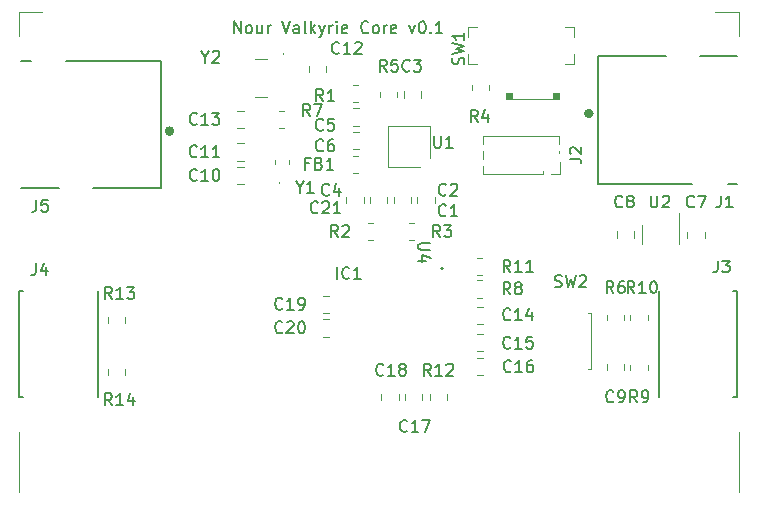
<source format=gbr>
%TF.GenerationSoftware,KiCad,Pcbnew,(6.0.6)*%
%TF.CreationDate,2022-09-05T11:07:09-07:00*%
%TF.ProjectId,Nour-Core,4e6f7572-2d43-46f7-9265-2e6b69636164,rev?*%
%TF.SameCoordinates,Original*%
%TF.FileFunction,Legend,Top*%
%TF.FilePolarity,Positive*%
%FSLAX46Y46*%
G04 Gerber Fmt 4.6, Leading zero omitted, Abs format (unit mm)*
G04 Created by KiCad (PCBNEW (6.0.6)) date 2022-09-05 11:07:09*
%MOMM*%
%LPD*%
G01*
G04 APERTURE LIST*
%ADD10C,0.150000*%
%ADD11C,0.120000*%
%ADD12C,0.200000*%
%ADD13C,0.100000*%
%ADD14C,0.127000*%
%ADD15C,0.400000*%
G04 APERTURE END LIST*
D10*
X98340476Y-126952380D02*
X98340476Y-125952380D01*
X98911904Y-126952380D01*
X98911904Y-125952380D01*
X99530952Y-126952380D02*
X99435714Y-126904761D01*
X99388095Y-126857142D01*
X99340476Y-126761904D01*
X99340476Y-126476190D01*
X99388095Y-126380952D01*
X99435714Y-126333333D01*
X99530952Y-126285714D01*
X99673809Y-126285714D01*
X99769047Y-126333333D01*
X99816666Y-126380952D01*
X99864285Y-126476190D01*
X99864285Y-126761904D01*
X99816666Y-126857142D01*
X99769047Y-126904761D01*
X99673809Y-126952380D01*
X99530952Y-126952380D01*
X100721428Y-126285714D02*
X100721428Y-126952380D01*
X100292857Y-126285714D02*
X100292857Y-126809523D01*
X100340476Y-126904761D01*
X100435714Y-126952380D01*
X100578571Y-126952380D01*
X100673809Y-126904761D01*
X100721428Y-126857142D01*
X101197619Y-126952380D02*
X101197619Y-126285714D01*
X101197619Y-126476190D02*
X101245238Y-126380952D01*
X101292857Y-126333333D01*
X101388095Y-126285714D01*
X101483333Y-126285714D01*
X102435714Y-125952380D02*
X102769047Y-126952380D01*
X103102380Y-125952380D01*
X103864285Y-126952380D02*
X103864285Y-126428571D01*
X103816666Y-126333333D01*
X103721428Y-126285714D01*
X103530952Y-126285714D01*
X103435714Y-126333333D01*
X103864285Y-126904761D02*
X103769047Y-126952380D01*
X103530952Y-126952380D01*
X103435714Y-126904761D01*
X103388095Y-126809523D01*
X103388095Y-126714285D01*
X103435714Y-126619047D01*
X103530952Y-126571428D01*
X103769047Y-126571428D01*
X103864285Y-126523809D01*
X104483333Y-126952380D02*
X104388095Y-126904761D01*
X104340476Y-126809523D01*
X104340476Y-125952380D01*
X104864285Y-126952380D02*
X104864285Y-125952380D01*
X104959523Y-126571428D02*
X105245238Y-126952380D01*
X105245238Y-126285714D02*
X104864285Y-126666666D01*
X105578571Y-126285714D02*
X105816666Y-126952380D01*
X106054761Y-126285714D02*
X105816666Y-126952380D01*
X105721428Y-127190476D01*
X105673809Y-127238095D01*
X105578571Y-127285714D01*
X106435714Y-126952380D02*
X106435714Y-126285714D01*
X106435714Y-126476190D02*
X106483333Y-126380952D01*
X106530952Y-126333333D01*
X106626190Y-126285714D01*
X106721428Y-126285714D01*
X107054761Y-126952380D02*
X107054761Y-126285714D01*
X107054761Y-125952380D02*
X107007142Y-126000000D01*
X107054761Y-126047619D01*
X107102380Y-126000000D01*
X107054761Y-125952380D01*
X107054761Y-126047619D01*
X107911904Y-126904761D02*
X107816666Y-126952380D01*
X107626190Y-126952380D01*
X107530952Y-126904761D01*
X107483333Y-126809523D01*
X107483333Y-126428571D01*
X107530952Y-126333333D01*
X107626190Y-126285714D01*
X107816666Y-126285714D01*
X107911904Y-126333333D01*
X107959523Y-126428571D01*
X107959523Y-126523809D01*
X107483333Y-126619047D01*
X109721428Y-126857142D02*
X109673809Y-126904761D01*
X109530952Y-126952380D01*
X109435714Y-126952380D01*
X109292857Y-126904761D01*
X109197619Y-126809523D01*
X109150000Y-126714285D01*
X109102380Y-126523809D01*
X109102380Y-126380952D01*
X109150000Y-126190476D01*
X109197619Y-126095238D01*
X109292857Y-126000000D01*
X109435714Y-125952380D01*
X109530952Y-125952380D01*
X109673809Y-126000000D01*
X109721428Y-126047619D01*
X110292857Y-126952380D02*
X110197619Y-126904761D01*
X110150000Y-126857142D01*
X110102380Y-126761904D01*
X110102380Y-126476190D01*
X110150000Y-126380952D01*
X110197619Y-126333333D01*
X110292857Y-126285714D01*
X110435714Y-126285714D01*
X110530952Y-126333333D01*
X110578571Y-126380952D01*
X110626190Y-126476190D01*
X110626190Y-126761904D01*
X110578571Y-126857142D01*
X110530952Y-126904761D01*
X110435714Y-126952380D01*
X110292857Y-126952380D01*
X111054761Y-126952380D02*
X111054761Y-126285714D01*
X111054761Y-126476190D02*
X111102380Y-126380952D01*
X111150000Y-126333333D01*
X111245238Y-126285714D01*
X111340476Y-126285714D01*
X112054761Y-126904761D02*
X111959523Y-126952380D01*
X111769047Y-126952380D01*
X111673809Y-126904761D01*
X111626190Y-126809523D01*
X111626190Y-126428571D01*
X111673809Y-126333333D01*
X111769047Y-126285714D01*
X111959523Y-126285714D01*
X112054761Y-126333333D01*
X112102380Y-126428571D01*
X112102380Y-126523809D01*
X111626190Y-126619047D01*
X113197619Y-126285714D02*
X113435714Y-126952380D01*
X113673809Y-126285714D01*
X114245238Y-125952380D02*
X114340476Y-125952380D01*
X114435714Y-126000000D01*
X114483333Y-126047619D01*
X114530952Y-126142857D01*
X114578571Y-126333333D01*
X114578571Y-126571428D01*
X114530952Y-126761904D01*
X114483333Y-126857142D01*
X114435714Y-126904761D01*
X114340476Y-126952380D01*
X114245238Y-126952380D01*
X114150000Y-126904761D01*
X114102380Y-126857142D01*
X114054761Y-126761904D01*
X114007142Y-126571428D01*
X114007142Y-126333333D01*
X114054761Y-126142857D01*
X114102380Y-126047619D01*
X114150000Y-126000000D01*
X114245238Y-125952380D01*
X115007142Y-126857142D02*
X115054761Y-126904761D01*
X115007142Y-126952380D01*
X114959523Y-126904761D01*
X115007142Y-126857142D01*
X115007142Y-126952380D01*
X116007142Y-126952380D02*
X115435714Y-126952380D01*
X115721428Y-126952380D02*
X115721428Y-125952380D01*
X115626190Y-126095238D01*
X115530952Y-126190476D01*
X115435714Y-126238095D01*
%TO.C,C6*%
X105909642Y-136857142D02*
X105862023Y-136904761D01*
X105719166Y-136952380D01*
X105623928Y-136952380D01*
X105481071Y-136904761D01*
X105385833Y-136809523D01*
X105338214Y-136714285D01*
X105290595Y-136523809D01*
X105290595Y-136380952D01*
X105338214Y-136190476D01*
X105385833Y-136095238D01*
X105481071Y-136000000D01*
X105623928Y-135952380D01*
X105719166Y-135952380D01*
X105862023Y-136000000D01*
X105909642Y-136047619D01*
X106766785Y-135952380D02*
X106576309Y-135952380D01*
X106481071Y-136000000D01*
X106433452Y-136047619D01*
X106338214Y-136190476D01*
X106290595Y-136380952D01*
X106290595Y-136761904D01*
X106338214Y-136857142D01*
X106385833Y-136904761D01*
X106481071Y-136952380D01*
X106671547Y-136952380D01*
X106766785Y-136904761D01*
X106814404Y-136857142D01*
X106862023Y-136761904D01*
X106862023Y-136523809D01*
X106814404Y-136428571D01*
X106766785Y-136380952D01*
X106671547Y-136333333D01*
X106481071Y-136333333D01*
X106385833Y-136380952D01*
X106338214Y-136428571D01*
X106290595Y-136523809D01*
%TO.C,R2*%
X107159642Y-144202380D02*
X106826309Y-143726190D01*
X106588214Y-144202380D02*
X106588214Y-143202380D01*
X106969166Y-143202380D01*
X107064404Y-143250000D01*
X107112023Y-143297619D01*
X107159642Y-143392857D01*
X107159642Y-143535714D01*
X107112023Y-143630952D01*
X107064404Y-143678571D01*
X106969166Y-143726190D01*
X106588214Y-143726190D01*
X107540595Y-143297619D02*
X107588214Y-143250000D01*
X107683452Y-143202380D01*
X107921547Y-143202380D01*
X108016785Y-143250000D01*
X108064404Y-143297619D01*
X108112023Y-143392857D01*
X108112023Y-143488095D01*
X108064404Y-143630952D01*
X107492976Y-144202380D01*
X108112023Y-144202380D01*
%TO.C,FB1*%
X104714404Y-137978571D02*
X104381071Y-137978571D01*
X104381071Y-138502380D02*
X104381071Y-137502380D01*
X104857261Y-137502380D01*
X105571547Y-137978571D02*
X105714404Y-138026190D01*
X105762023Y-138073809D01*
X105809642Y-138169047D01*
X105809642Y-138311904D01*
X105762023Y-138407142D01*
X105714404Y-138454761D01*
X105619166Y-138502380D01*
X105238214Y-138502380D01*
X105238214Y-137502380D01*
X105571547Y-137502380D01*
X105666785Y-137550000D01*
X105714404Y-137597619D01*
X105762023Y-137692857D01*
X105762023Y-137788095D01*
X105714404Y-137883333D01*
X105666785Y-137930952D01*
X105571547Y-137978571D01*
X105238214Y-137978571D01*
X106762023Y-138502380D02*
X106190595Y-138502380D01*
X106476309Y-138502380D02*
X106476309Y-137502380D01*
X106381071Y-137645238D01*
X106285833Y-137740476D01*
X106190595Y-137788095D01*
%TO.C,R12*%
X115007142Y-155952380D02*
X114673809Y-155476190D01*
X114435714Y-155952380D02*
X114435714Y-154952380D01*
X114816666Y-154952380D01*
X114911904Y-155000000D01*
X114959523Y-155047619D01*
X115007142Y-155142857D01*
X115007142Y-155285714D01*
X114959523Y-155380952D01*
X114911904Y-155428571D01*
X114816666Y-155476190D01*
X114435714Y-155476190D01*
X115959523Y-155952380D02*
X115388095Y-155952380D01*
X115673809Y-155952380D02*
X115673809Y-154952380D01*
X115578571Y-155095238D01*
X115483333Y-155190476D01*
X115388095Y-155238095D01*
X116340476Y-155047619D02*
X116388095Y-155000000D01*
X116483333Y-154952380D01*
X116721428Y-154952380D01*
X116816666Y-155000000D01*
X116864285Y-155047619D01*
X116911904Y-155142857D01*
X116911904Y-155238095D01*
X116864285Y-155380952D01*
X116292857Y-155952380D01*
X116911904Y-155952380D01*
%TO.C,R7*%
X104807023Y-133952380D02*
X104473690Y-133476190D01*
X104235595Y-133952380D02*
X104235595Y-132952380D01*
X104616547Y-132952380D01*
X104711785Y-133000000D01*
X104759404Y-133047619D01*
X104807023Y-133142857D01*
X104807023Y-133285714D01*
X104759404Y-133380952D01*
X104711785Y-133428571D01*
X104616547Y-133476190D01*
X104235595Y-133476190D01*
X105140357Y-132952380D02*
X105807023Y-132952380D01*
X105378452Y-133952380D01*
%TO.C,J4*%
X81566616Y-146452298D02*
X81566616Y-147166691D01*
X81518990Y-147309570D01*
X81423738Y-147404822D01*
X81280859Y-147452448D01*
X81185607Y-147452448D01*
X82471514Y-146785682D02*
X82471514Y-147452448D01*
X82233383Y-146404672D02*
X81995252Y-147119065D01*
X82614392Y-147119065D01*
%TO.C,R6*%
X130483333Y-148952380D02*
X130150000Y-148476190D01*
X129911904Y-148952380D02*
X129911904Y-147952380D01*
X130292857Y-147952380D01*
X130388095Y-148000000D01*
X130435714Y-148047619D01*
X130483333Y-148142857D01*
X130483333Y-148285714D01*
X130435714Y-148380952D01*
X130388095Y-148428571D01*
X130292857Y-148476190D01*
X129911904Y-148476190D01*
X131340476Y-147952380D02*
X131150000Y-147952380D01*
X131054761Y-148000000D01*
X131007142Y-148047619D01*
X130911904Y-148190476D01*
X130864285Y-148380952D01*
X130864285Y-148761904D01*
X130911904Y-148857142D01*
X130959523Y-148904761D01*
X131054761Y-148952380D01*
X131245238Y-148952380D01*
X131340476Y-148904761D01*
X131388095Y-148857142D01*
X131435714Y-148761904D01*
X131435714Y-148523809D01*
X131388095Y-148428571D01*
X131340476Y-148380952D01*
X131245238Y-148333333D01*
X131054761Y-148333333D01*
X130959523Y-148380952D01*
X130911904Y-148428571D01*
X130864285Y-148523809D01*
%TO.C,SW2*%
X125519166Y-148404761D02*
X125662023Y-148452380D01*
X125900119Y-148452380D01*
X125995357Y-148404761D01*
X126042976Y-148357142D01*
X126090595Y-148261904D01*
X126090595Y-148166666D01*
X126042976Y-148071428D01*
X125995357Y-148023809D01*
X125900119Y-147976190D01*
X125709642Y-147928571D01*
X125614404Y-147880952D01*
X125566785Y-147833333D01*
X125519166Y-147738095D01*
X125519166Y-147642857D01*
X125566785Y-147547619D01*
X125614404Y-147500000D01*
X125709642Y-147452380D01*
X125947738Y-147452380D01*
X126090595Y-147500000D01*
X126423928Y-147452380D02*
X126662023Y-148452380D01*
X126852500Y-147738095D01*
X127042976Y-148452380D01*
X127281071Y-147452380D01*
X127614404Y-147547619D02*
X127662023Y-147500000D01*
X127757261Y-147452380D01*
X127995357Y-147452380D01*
X128090595Y-147500000D01*
X128138214Y-147547619D01*
X128185833Y-147642857D01*
X128185833Y-147738095D01*
X128138214Y-147880952D01*
X127566785Y-148452380D01*
X128185833Y-148452380D01*
%TO.C,C4*%
X106409642Y-140607142D02*
X106362023Y-140654761D01*
X106219166Y-140702380D01*
X106123928Y-140702380D01*
X105981071Y-140654761D01*
X105885833Y-140559523D01*
X105838214Y-140464285D01*
X105790595Y-140273809D01*
X105790595Y-140130952D01*
X105838214Y-139940476D01*
X105885833Y-139845238D01*
X105981071Y-139750000D01*
X106123928Y-139702380D01*
X106219166Y-139702380D01*
X106362023Y-139750000D01*
X106409642Y-139797619D01*
X107266785Y-140035714D02*
X107266785Y-140702380D01*
X107028690Y-139654761D02*
X106790595Y-140369047D01*
X107409642Y-140369047D01*
%TO.C,R5*%
X111283333Y-130202380D02*
X110950000Y-129726190D01*
X110711904Y-130202380D02*
X110711904Y-129202380D01*
X111092857Y-129202380D01*
X111188095Y-129250000D01*
X111235714Y-129297619D01*
X111283333Y-129392857D01*
X111283333Y-129535714D01*
X111235714Y-129630952D01*
X111188095Y-129678571D01*
X111092857Y-129726190D01*
X110711904Y-129726190D01*
X112188095Y-129202380D02*
X111711904Y-129202380D01*
X111664285Y-129678571D01*
X111711904Y-129630952D01*
X111807142Y-129583333D01*
X112045238Y-129583333D01*
X112140476Y-129630952D01*
X112188095Y-129678571D01*
X112235714Y-129773809D01*
X112235714Y-130011904D01*
X112188095Y-130107142D01*
X112140476Y-130154761D01*
X112045238Y-130202380D01*
X111807142Y-130202380D01*
X111711904Y-130154761D01*
X111664285Y-130107142D01*
%TO.C,Y2*%
X95923809Y-128976190D02*
X95923809Y-129452380D01*
X95590476Y-128452380D02*
X95923809Y-128976190D01*
X96257142Y-128452380D01*
X96542857Y-128547619D02*
X96590476Y-128500000D01*
X96685714Y-128452380D01*
X96923809Y-128452380D01*
X97019047Y-128500000D01*
X97066666Y-128547619D01*
X97114285Y-128642857D01*
X97114285Y-128738095D01*
X97066666Y-128880952D01*
X96495238Y-129452380D01*
X97114285Y-129452380D01*
%TO.C,SW1*%
X117804761Y-129583333D02*
X117852380Y-129440476D01*
X117852380Y-129202380D01*
X117804761Y-129107142D01*
X117757142Y-129059523D01*
X117661904Y-129011904D01*
X117566666Y-129011904D01*
X117471428Y-129059523D01*
X117423809Y-129107142D01*
X117376190Y-129202380D01*
X117328571Y-129392857D01*
X117280952Y-129488095D01*
X117233333Y-129535714D01*
X117138095Y-129583333D01*
X117042857Y-129583333D01*
X116947619Y-129535714D01*
X116900000Y-129488095D01*
X116852380Y-129392857D01*
X116852380Y-129154761D01*
X116900000Y-129011904D01*
X116852380Y-128678571D02*
X117852380Y-128440476D01*
X117138095Y-128250000D01*
X117852380Y-128059523D01*
X116852380Y-127821428D01*
X117852380Y-126916666D02*
X117852380Y-127488095D01*
X117852380Y-127202380D02*
X116852380Y-127202380D01*
X116995238Y-127297619D01*
X117090476Y-127392857D01*
X117138095Y-127488095D01*
%TO.C,J3*%
X139316616Y-146202298D02*
X139316616Y-146916691D01*
X139268990Y-147059570D01*
X139173738Y-147154822D01*
X139030859Y-147202448D01*
X138935607Y-147202448D01*
X139697626Y-146202298D02*
X140316766Y-146202298D01*
X139983383Y-146583308D01*
X140126261Y-146583308D01*
X140221514Y-146630934D01*
X140269140Y-146678560D01*
X140316766Y-146773813D01*
X140316766Y-147011944D01*
X140269140Y-147107196D01*
X140221514Y-147154822D01*
X140126261Y-147202448D01*
X139840504Y-147202448D01*
X139745252Y-147154822D01*
X139697626Y-147107196D01*
%TO.C,C12*%
X107257142Y-128607142D02*
X107209523Y-128654761D01*
X107066666Y-128702380D01*
X106971428Y-128702380D01*
X106828571Y-128654761D01*
X106733333Y-128559523D01*
X106685714Y-128464285D01*
X106638095Y-128273809D01*
X106638095Y-128130952D01*
X106685714Y-127940476D01*
X106733333Y-127845238D01*
X106828571Y-127750000D01*
X106971428Y-127702380D01*
X107066666Y-127702380D01*
X107209523Y-127750000D01*
X107257142Y-127797619D01*
X108209523Y-128702380D02*
X107638095Y-128702380D01*
X107923809Y-128702380D02*
X107923809Y-127702380D01*
X107828571Y-127845238D01*
X107733333Y-127940476D01*
X107638095Y-127988095D01*
X108590476Y-127797619D02*
X108638095Y-127750000D01*
X108733333Y-127702380D01*
X108971428Y-127702380D01*
X109066666Y-127750000D01*
X109114285Y-127797619D01*
X109161904Y-127892857D01*
X109161904Y-127988095D01*
X109114285Y-128130952D01*
X108542857Y-128702380D01*
X109161904Y-128702380D01*
%TO.C,C16*%
X121807023Y-155557142D02*
X121759404Y-155604761D01*
X121616547Y-155652380D01*
X121521309Y-155652380D01*
X121378452Y-155604761D01*
X121283214Y-155509523D01*
X121235595Y-155414285D01*
X121187976Y-155223809D01*
X121187976Y-155080952D01*
X121235595Y-154890476D01*
X121283214Y-154795238D01*
X121378452Y-154700000D01*
X121521309Y-154652380D01*
X121616547Y-154652380D01*
X121759404Y-154700000D01*
X121807023Y-154747619D01*
X122759404Y-155652380D02*
X122187976Y-155652380D01*
X122473690Y-155652380D02*
X122473690Y-154652380D01*
X122378452Y-154795238D01*
X122283214Y-154890476D01*
X122187976Y-154938095D01*
X123616547Y-154652380D02*
X123426071Y-154652380D01*
X123330833Y-154700000D01*
X123283214Y-154747619D01*
X123187976Y-154890476D01*
X123140357Y-155080952D01*
X123140357Y-155461904D01*
X123187976Y-155557142D01*
X123235595Y-155604761D01*
X123330833Y-155652380D01*
X123521309Y-155652380D01*
X123616547Y-155604761D01*
X123664166Y-155557142D01*
X123711785Y-155461904D01*
X123711785Y-155223809D01*
X123664166Y-155128571D01*
X123616547Y-155080952D01*
X123521309Y-155033333D01*
X123330833Y-155033333D01*
X123235595Y-155080952D01*
X123187976Y-155128571D01*
X123140357Y-155223809D01*
%TO.C,U4*%
X114967619Y-144738095D02*
X114158095Y-144738095D01*
X114062857Y-144785714D01*
X114015238Y-144833333D01*
X113967619Y-144928571D01*
X113967619Y-145119047D01*
X114015238Y-145214285D01*
X114062857Y-145261904D01*
X114158095Y-145309523D01*
X114967619Y-145309523D01*
X114634285Y-146214285D02*
X113967619Y-146214285D01*
X115015238Y-145976190D02*
X114300952Y-145738095D01*
X114300952Y-146357142D01*
%TO.C,C14*%
X121757023Y-151157142D02*
X121709404Y-151204761D01*
X121566547Y-151252380D01*
X121471309Y-151252380D01*
X121328452Y-151204761D01*
X121233214Y-151109523D01*
X121185595Y-151014285D01*
X121137976Y-150823809D01*
X121137976Y-150680952D01*
X121185595Y-150490476D01*
X121233214Y-150395238D01*
X121328452Y-150300000D01*
X121471309Y-150252380D01*
X121566547Y-150252380D01*
X121709404Y-150300000D01*
X121757023Y-150347619D01*
X122709404Y-151252380D02*
X122137976Y-151252380D01*
X122423690Y-151252380D02*
X122423690Y-150252380D01*
X122328452Y-150395238D01*
X122233214Y-150490476D01*
X122137976Y-150538095D01*
X123566547Y-150585714D02*
X123566547Y-151252380D01*
X123328452Y-150204761D02*
X123090357Y-150919047D01*
X123709404Y-150919047D01*
%TO.C,IC1*%
X107073809Y-147752380D02*
X107073809Y-146752380D01*
X108121428Y-147657142D02*
X108073809Y-147704761D01*
X107930952Y-147752380D01*
X107835714Y-147752380D01*
X107692857Y-147704761D01*
X107597619Y-147609523D01*
X107550000Y-147514285D01*
X107502380Y-147323809D01*
X107502380Y-147180952D01*
X107550000Y-146990476D01*
X107597619Y-146895238D01*
X107692857Y-146800000D01*
X107835714Y-146752380D01*
X107930952Y-146752380D01*
X108073809Y-146800000D01*
X108121428Y-146847619D01*
X109073809Y-147752380D02*
X108502380Y-147752380D01*
X108788095Y-147752380D02*
X108788095Y-146752380D01*
X108692857Y-146895238D01*
X108597619Y-146990476D01*
X108502380Y-147038095D01*
%TO.C,R3*%
X115807023Y-144202380D02*
X115473690Y-143726190D01*
X115235595Y-144202380D02*
X115235595Y-143202380D01*
X115616547Y-143202380D01*
X115711785Y-143250000D01*
X115759404Y-143297619D01*
X115807023Y-143392857D01*
X115807023Y-143535714D01*
X115759404Y-143630952D01*
X115711785Y-143678571D01*
X115616547Y-143726190D01*
X115235595Y-143726190D01*
X116140357Y-143202380D02*
X116759404Y-143202380D01*
X116426071Y-143583333D01*
X116568928Y-143583333D01*
X116664166Y-143630952D01*
X116711785Y-143678571D01*
X116759404Y-143773809D01*
X116759404Y-144011904D01*
X116711785Y-144107142D01*
X116664166Y-144154761D01*
X116568928Y-144202380D01*
X116283214Y-144202380D01*
X116187976Y-144154761D01*
X116140357Y-144107142D01*
%TO.C,C18*%
X111007142Y-155857142D02*
X110959523Y-155904761D01*
X110816666Y-155952380D01*
X110721428Y-155952380D01*
X110578571Y-155904761D01*
X110483333Y-155809523D01*
X110435714Y-155714285D01*
X110388095Y-155523809D01*
X110388095Y-155380952D01*
X110435714Y-155190476D01*
X110483333Y-155095238D01*
X110578571Y-155000000D01*
X110721428Y-154952380D01*
X110816666Y-154952380D01*
X110959523Y-155000000D01*
X111007142Y-155047619D01*
X111959523Y-155952380D02*
X111388095Y-155952380D01*
X111673809Y-155952380D02*
X111673809Y-154952380D01*
X111578571Y-155095238D01*
X111483333Y-155190476D01*
X111388095Y-155238095D01*
X112530952Y-155380952D02*
X112435714Y-155333333D01*
X112388095Y-155285714D01*
X112340476Y-155190476D01*
X112340476Y-155142857D01*
X112388095Y-155047619D01*
X112435714Y-155000000D01*
X112530952Y-154952380D01*
X112721428Y-154952380D01*
X112816666Y-155000000D01*
X112864285Y-155047619D01*
X112911904Y-155142857D01*
X112911904Y-155190476D01*
X112864285Y-155285714D01*
X112816666Y-155333333D01*
X112721428Y-155380952D01*
X112530952Y-155380952D01*
X112435714Y-155428571D01*
X112388095Y-155476190D01*
X112340476Y-155571428D01*
X112340476Y-155761904D01*
X112388095Y-155857142D01*
X112435714Y-155904761D01*
X112530952Y-155952380D01*
X112721428Y-155952380D01*
X112816666Y-155904761D01*
X112864285Y-155857142D01*
X112911904Y-155761904D01*
X112911904Y-155571428D01*
X112864285Y-155476190D01*
X112816666Y-155428571D01*
X112721428Y-155380952D01*
%TO.C,C13*%
X95207261Y-134607142D02*
X95159642Y-134654761D01*
X95016785Y-134702380D01*
X94921547Y-134702380D01*
X94778690Y-134654761D01*
X94683452Y-134559523D01*
X94635833Y-134464285D01*
X94588214Y-134273809D01*
X94588214Y-134130952D01*
X94635833Y-133940476D01*
X94683452Y-133845238D01*
X94778690Y-133750000D01*
X94921547Y-133702380D01*
X95016785Y-133702380D01*
X95159642Y-133750000D01*
X95207261Y-133797619D01*
X96159642Y-134702380D02*
X95588214Y-134702380D01*
X95873928Y-134702380D02*
X95873928Y-133702380D01*
X95778690Y-133845238D01*
X95683452Y-133940476D01*
X95588214Y-133988095D01*
X96492976Y-133702380D02*
X97112023Y-133702380D01*
X96778690Y-134083333D01*
X96921547Y-134083333D01*
X97016785Y-134130952D01*
X97064404Y-134178571D01*
X97112023Y-134273809D01*
X97112023Y-134511904D01*
X97064404Y-134607142D01*
X97016785Y-134654761D01*
X96921547Y-134702380D01*
X96635833Y-134702380D01*
X96540595Y-134654761D01*
X96492976Y-134607142D01*
%TO.C,C11*%
X95207261Y-137357142D02*
X95159642Y-137404761D01*
X95016785Y-137452380D01*
X94921547Y-137452380D01*
X94778690Y-137404761D01*
X94683452Y-137309523D01*
X94635833Y-137214285D01*
X94588214Y-137023809D01*
X94588214Y-136880952D01*
X94635833Y-136690476D01*
X94683452Y-136595238D01*
X94778690Y-136500000D01*
X94921547Y-136452380D01*
X95016785Y-136452380D01*
X95159642Y-136500000D01*
X95207261Y-136547619D01*
X96159642Y-137452380D02*
X95588214Y-137452380D01*
X95873928Y-137452380D02*
X95873928Y-136452380D01*
X95778690Y-136595238D01*
X95683452Y-136690476D01*
X95588214Y-136738095D01*
X97112023Y-137452380D02*
X96540595Y-137452380D01*
X96826309Y-137452380D02*
X96826309Y-136452380D01*
X96731071Y-136595238D01*
X96635833Y-136690476D01*
X96540595Y-136738095D01*
%TO.C,Y1*%
X103923809Y-139976190D02*
X103923809Y-140452380D01*
X103590476Y-139452380D02*
X103923809Y-139976190D01*
X104257142Y-139452380D01*
X105114285Y-140452380D02*
X104542857Y-140452380D01*
X104828571Y-140452380D02*
X104828571Y-139452380D01*
X104733333Y-139595238D01*
X104638095Y-139690476D01*
X104542857Y-139738095D01*
%TO.C,R1*%
X105909642Y-132702380D02*
X105576309Y-132226190D01*
X105338214Y-132702380D02*
X105338214Y-131702380D01*
X105719166Y-131702380D01*
X105814404Y-131750000D01*
X105862023Y-131797619D01*
X105909642Y-131892857D01*
X105909642Y-132035714D01*
X105862023Y-132130952D01*
X105814404Y-132178571D01*
X105719166Y-132226190D01*
X105338214Y-132226190D01*
X106862023Y-132702380D02*
X106290595Y-132702380D01*
X106576309Y-132702380D02*
X106576309Y-131702380D01*
X106481071Y-131845238D01*
X106385833Y-131940476D01*
X106290595Y-131988095D01*
%TO.C,C9*%
X130483333Y-158107142D02*
X130435714Y-158154761D01*
X130292857Y-158202380D01*
X130197619Y-158202380D01*
X130054761Y-158154761D01*
X129959523Y-158059523D01*
X129911904Y-157964285D01*
X129864285Y-157773809D01*
X129864285Y-157630952D01*
X129911904Y-157440476D01*
X129959523Y-157345238D01*
X130054761Y-157250000D01*
X130197619Y-157202380D01*
X130292857Y-157202380D01*
X130435714Y-157250000D01*
X130483333Y-157297619D01*
X130959523Y-158202380D02*
X131150000Y-158202380D01*
X131245238Y-158154761D01*
X131292857Y-158107142D01*
X131388095Y-157964285D01*
X131435714Y-157773809D01*
X131435714Y-157392857D01*
X131388095Y-157297619D01*
X131340476Y-157250000D01*
X131245238Y-157202380D01*
X131054761Y-157202380D01*
X130959523Y-157250000D01*
X130911904Y-157297619D01*
X130864285Y-157392857D01*
X130864285Y-157630952D01*
X130911904Y-157726190D01*
X130959523Y-157773809D01*
X131054761Y-157821428D01*
X131245238Y-157821428D01*
X131340476Y-157773809D01*
X131388095Y-157726190D01*
X131435714Y-157630952D01*
%TO.C,U1*%
X115288095Y-135652380D02*
X115288095Y-136461904D01*
X115335714Y-136557142D01*
X115383333Y-136604761D01*
X115478571Y-136652380D01*
X115669047Y-136652380D01*
X115764285Y-136604761D01*
X115811904Y-136557142D01*
X115859523Y-136461904D01*
X115859523Y-135652380D01*
X116859523Y-136652380D02*
X116288095Y-136652380D01*
X116573809Y-136652380D02*
X116573809Y-135652380D01*
X116478571Y-135795238D01*
X116383333Y-135890476D01*
X116288095Y-135938095D01*
%TO.C,R8*%
X121757023Y-149052380D02*
X121423690Y-148576190D01*
X121185595Y-149052380D02*
X121185595Y-148052380D01*
X121566547Y-148052380D01*
X121661785Y-148100000D01*
X121709404Y-148147619D01*
X121757023Y-148242857D01*
X121757023Y-148385714D01*
X121709404Y-148480952D01*
X121661785Y-148528571D01*
X121566547Y-148576190D01*
X121185595Y-148576190D01*
X122328452Y-148480952D02*
X122233214Y-148433333D01*
X122185595Y-148385714D01*
X122137976Y-148290476D01*
X122137976Y-148242857D01*
X122185595Y-148147619D01*
X122233214Y-148100000D01*
X122328452Y-148052380D01*
X122518928Y-148052380D01*
X122614166Y-148100000D01*
X122661785Y-148147619D01*
X122709404Y-148242857D01*
X122709404Y-148290476D01*
X122661785Y-148385714D01*
X122614166Y-148433333D01*
X122518928Y-148480952D01*
X122328452Y-148480952D01*
X122233214Y-148528571D01*
X122185595Y-148576190D01*
X122137976Y-148671428D01*
X122137976Y-148861904D01*
X122185595Y-148957142D01*
X122233214Y-149004761D01*
X122328452Y-149052380D01*
X122518928Y-149052380D01*
X122614166Y-149004761D01*
X122661785Y-148957142D01*
X122709404Y-148861904D01*
X122709404Y-148671428D01*
X122661785Y-148576190D01*
X122614166Y-148528571D01*
X122518928Y-148480952D01*
%TO.C,C8*%
X131233333Y-141607142D02*
X131185714Y-141654761D01*
X131042857Y-141702380D01*
X130947619Y-141702380D01*
X130804761Y-141654761D01*
X130709523Y-141559523D01*
X130661904Y-141464285D01*
X130614285Y-141273809D01*
X130614285Y-141130952D01*
X130661904Y-140940476D01*
X130709523Y-140845238D01*
X130804761Y-140750000D01*
X130947619Y-140702380D01*
X131042857Y-140702380D01*
X131185714Y-140750000D01*
X131233333Y-140797619D01*
X131804761Y-141130952D02*
X131709523Y-141083333D01*
X131661904Y-141035714D01*
X131614285Y-140940476D01*
X131614285Y-140892857D01*
X131661904Y-140797619D01*
X131709523Y-140750000D01*
X131804761Y-140702380D01*
X131995238Y-140702380D01*
X132090476Y-140750000D01*
X132138095Y-140797619D01*
X132185714Y-140892857D01*
X132185714Y-140940476D01*
X132138095Y-141035714D01*
X132090476Y-141083333D01*
X131995238Y-141130952D01*
X131804761Y-141130952D01*
X131709523Y-141178571D01*
X131661904Y-141226190D01*
X131614285Y-141321428D01*
X131614285Y-141511904D01*
X131661904Y-141607142D01*
X131709523Y-141654761D01*
X131804761Y-141702380D01*
X131995238Y-141702380D01*
X132090476Y-141654761D01*
X132138095Y-141607142D01*
X132185714Y-141511904D01*
X132185714Y-141321428D01*
X132138095Y-141226190D01*
X132090476Y-141178571D01*
X131995238Y-141130952D01*
%TO.C,C20*%
X102457261Y-152257142D02*
X102409642Y-152304761D01*
X102266785Y-152352380D01*
X102171547Y-152352380D01*
X102028690Y-152304761D01*
X101933452Y-152209523D01*
X101885833Y-152114285D01*
X101838214Y-151923809D01*
X101838214Y-151780952D01*
X101885833Y-151590476D01*
X101933452Y-151495238D01*
X102028690Y-151400000D01*
X102171547Y-151352380D01*
X102266785Y-151352380D01*
X102409642Y-151400000D01*
X102457261Y-151447619D01*
X102838214Y-151447619D02*
X102885833Y-151400000D01*
X102981071Y-151352380D01*
X103219166Y-151352380D01*
X103314404Y-151400000D01*
X103362023Y-151447619D01*
X103409642Y-151542857D01*
X103409642Y-151638095D01*
X103362023Y-151780952D01*
X102790595Y-152352380D01*
X103409642Y-152352380D01*
X104028690Y-151352380D02*
X104123928Y-151352380D01*
X104219166Y-151400000D01*
X104266785Y-151447619D01*
X104314404Y-151542857D01*
X104362023Y-151733333D01*
X104362023Y-151971428D01*
X104314404Y-152161904D01*
X104266785Y-152257142D01*
X104219166Y-152304761D01*
X104123928Y-152352380D01*
X104028690Y-152352380D01*
X103933452Y-152304761D01*
X103885833Y-152257142D01*
X103838214Y-152161904D01*
X103790595Y-151971428D01*
X103790595Y-151733333D01*
X103838214Y-151542857D01*
X103885833Y-151447619D01*
X103933452Y-151400000D01*
X104028690Y-151352380D01*
%TO.C,R9*%
X132483333Y-158202380D02*
X132150000Y-157726190D01*
X131911904Y-158202380D02*
X131911904Y-157202380D01*
X132292857Y-157202380D01*
X132388095Y-157250000D01*
X132435714Y-157297619D01*
X132483333Y-157392857D01*
X132483333Y-157535714D01*
X132435714Y-157630952D01*
X132388095Y-157678571D01*
X132292857Y-157726190D01*
X131911904Y-157726190D01*
X132959523Y-158202380D02*
X133150000Y-158202380D01*
X133245238Y-158154761D01*
X133292857Y-158107142D01*
X133388095Y-157964285D01*
X133435714Y-157773809D01*
X133435714Y-157392857D01*
X133388095Y-157297619D01*
X133340476Y-157250000D01*
X133245238Y-157202380D01*
X133054761Y-157202380D01*
X132959523Y-157250000D01*
X132911904Y-157297619D01*
X132864285Y-157392857D01*
X132864285Y-157630952D01*
X132911904Y-157726190D01*
X132959523Y-157773809D01*
X133054761Y-157821428D01*
X133245238Y-157821428D01*
X133340476Y-157773809D01*
X133388095Y-157726190D01*
X133435714Y-157630952D01*
%TO.C,C15*%
X121757023Y-153557142D02*
X121709404Y-153604761D01*
X121566547Y-153652380D01*
X121471309Y-153652380D01*
X121328452Y-153604761D01*
X121233214Y-153509523D01*
X121185595Y-153414285D01*
X121137976Y-153223809D01*
X121137976Y-153080952D01*
X121185595Y-152890476D01*
X121233214Y-152795238D01*
X121328452Y-152700000D01*
X121471309Y-152652380D01*
X121566547Y-152652380D01*
X121709404Y-152700000D01*
X121757023Y-152747619D01*
X122709404Y-153652380D02*
X122137976Y-153652380D01*
X122423690Y-153652380D02*
X122423690Y-152652380D01*
X122328452Y-152795238D01*
X122233214Y-152890476D01*
X122137976Y-152938095D01*
X123614166Y-152652380D02*
X123137976Y-152652380D01*
X123090357Y-153128571D01*
X123137976Y-153080952D01*
X123233214Y-153033333D01*
X123471309Y-153033333D01*
X123566547Y-153080952D01*
X123614166Y-153128571D01*
X123661785Y-153223809D01*
X123661785Y-153461904D01*
X123614166Y-153557142D01*
X123566547Y-153604761D01*
X123471309Y-153652380D01*
X123233214Y-153652380D01*
X123137976Y-153604761D01*
X123090357Y-153557142D01*
%TO.C,C7*%
X137308211Y-141607142D02*
X137260592Y-141654761D01*
X137117735Y-141702380D01*
X137022497Y-141702380D01*
X136879639Y-141654761D01*
X136784401Y-141559523D01*
X136736782Y-141464285D01*
X136689163Y-141273809D01*
X136689163Y-141130952D01*
X136736782Y-140940476D01*
X136784401Y-140845238D01*
X136879639Y-140750000D01*
X137022497Y-140702380D01*
X137117735Y-140702380D01*
X137260592Y-140750000D01*
X137308211Y-140797619D01*
X137641544Y-140702380D02*
X138308211Y-140702380D01*
X137879639Y-141702380D01*
%TO.C,R13*%
X88007142Y-149452380D02*
X87673809Y-148976190D01*
X87435714Y-149452380D02*
X87435714Y-148452380D01*
X87816666Y-148452380D01*
X87911904Y-148500000D01*
X87959523Y-148547619D01*
X88007142Y-148642857D01*
X88007142Y-148785714D01*
X87959523Y-148880952D01*
X87911904Y-148928571D01*
X87816666Y-148976190D01*
X87435714Y-148976190D01*
X88959523Y-149452380D02*
X88388095Y-149452380D01*
X88673809Y-149452380D02*
X88673809Y-148452380D01*
X88578571Y-148595238D01*
X88483333Y-148690476D01*
X88388095Y-148738095D01*
X89292857Y-148452380D02*
X89911904Y-148452380D01*
X89578571Y-148833333D01*
X89721428Y-148833333D01*
X89816666Y-148880952D01*
X89864285Y-148928571D01*
X89911904Y-149023809D01*
X89911904Y-149261904D01*
X89864285Y-149357142D01*
X89816666Y-149404761D01*
X89721428Y-149452380D01*
X89435714Y-149452380D01*
X89340476Y-149404761D01*
X89292857Y-149357142D01*
%TO.C,J1*%
X139565813Y-140700979D02*
X139565813Y-141417093D01*
X139518072Y-141560315D01*
X139422590Y-141655797D01*
X139279368Y-141703538D01*
X139183886Y-141703538D01*
X140568372Y-141703538D02*
X139995481Y-141703538D01*
X140281927Y-141703538D02*
X140281927Y-140700979D01*
X140186445Y-140844202D01*
X140090963Y-140939684D01*
X139995481Y-140987425D01*
%TO.C,R14*%
X88007142Y-158452380D02*
X87673809Y-157976190D01*
X87435714Y-158452380D02*
X87435714Y-157452380D01*
X87816666Y-157452380D01*
X87911904Y-157500000D01*
X87959523Y-157547619D01*
X88007142Y-157642857D01*
X88007142Y-157785714D01*
X87959523Y-157880952D01*
X87911904Y-157928571D01*
X87816666Y-157976190D01*
X87435714Y-157976190D01*
X88959523Y-158452380D02*
X88388095Y-158452380D01*
X88673809Y-158452380D02*
X88673809Y-157452380D01*
X88578571Y-157595238D01*
X88483333Y-157690476D01*
X88388095Y-157738095D01*
X89816666Y-157785714D02*
X89816666Y-158452380D01*
X89578571Y-157404761D02*
X89340476Y-158119047D01*
X89959523Y-158119047D01*
%TO.C,C19*%
X102457261Y-150257142D02*
X102409642Y-150304761D01*
X102266785Y-150352380D01*
X102171547Y-150352380D01*
X102028690Y-150304761D01*
X101933452Y-150209523D01*
X101885833Y-150114285D01*
X101838214Y-149923809D01*
X101838214Y-149780952D01*
X101885833Y-149590476D01*
X101933452Y-149495238D01*
X102028690Y-149400000D01*
X102171547Y-149352380D01*
X102266785Y-149352380D01*
X102409642Y-149400000D01*
X102457261Y-149447619D01*
X103409642Y-150352380D02*
X102838214Y-150352380D01*
X103123928Y-150352380D02*
X103123928Y-149352380D01*
X103028690Y-149495238D01*
X102933452Y-149590476D01*
X102838214Y-149638095D01*
X103885833Y-150352380D02*
X104076309Y-150352380D01*
X104171547Y-150304761D01*
X104219166Y-150257142D01*
X104314404Y-150114285D01*
X104362023Y-149923809D01*
X104362023Y-149542857D01*
X104314404Y-149447619D01*
X104266785Y-149400000D01*
X104171547Y-149352380D01*
X103981071Y-149352380D01*
X103885833Y-149400000D01*
X103838214Y-149447619D01*
X103790595Y-149542857D01*
X103790595Y-149780952D01*
X103838214Y-149876190D01*
X103885833Y-149923809D01*
X103981071Y-149971428D01*
X104171547Y-149971428D01*
X104266785Y-149923809D01*
X104314404Y-149876190D01*
X104362023Y-149780952D01*
%TO.C,C17*%
X113007142Y-160607142D02*
X112959523Y-160654761D01*
X112816666Y-160702380D01*
X112721428Y-160702380D01*
X112578571Y-160654761D01*
X112483333Y-160559523D01*
X112435714Y-160464285D01*
X112388095Y-160273809D01*
X112388095Y-160130952D01*
X112435714Y-159940476D01*
X112483333Y-159845238D01*
X112578571Y-159750000D01*
X112721428Y-159702380D01*
X112816666Y-159702380D01*
X112959523Y-159750000D01*
X113007142Y-159797619D01*
X113959523Y-160702380D02*
X113388095Y-160702380D01*
X113673809Y-160702380D02*
X113673809Y-159702380D01*
X113578571Y-159845238D01*
X113483333Y-159940476D01*
X113388095Y-159988095D01*
X114292857Y-159702380D02*
X114959523Y-159702380D01*
X114530952Y-160702380D01*
%TO.C,R4*%
X118983333Y-134452380D02*
X118650000Y-133976190D01*
X118411904Y-134452380D02*
X118411904Y-133452380D01*
X118792857Y-133452380D01*
X118888095Y-133500000D01*
X118935714Y-133547619D01*
X118983333Y-133642857D01*
X118983333Y-133785714D01*
X118935714Y-133880952D01*
X118888095Y-133928571D01*
X118792857Y-133976190D01*
X118411904Y-133976190D01*
X119840476Y-133785714D02*
X119840476Y-134452380D01*
X119602380Y-133404761D02*
X119364285Y-134119047D01*
X119983333Y-134119047D01*
%TO.C,C2*%
X116307023Y-140607142D02*
X116259404Y-140654761D01*
X116116547Y-140702380D01*
X116021309Y-140702380D01*
X115878452Y-140654761D01*
X115783214Y-140559523D01*
X115735595Y-140464285D01*
X115687976Y-140273809D01*
X115687976Y-140130952D01*
X115735595Y-139940476D01*
X115783214Y-139845238D01*
X115878452Y-139750000D01*
X116021309Y-139702380D01*
X116116547Y-139702380D01*
X116259404Y-139750000D01*
X116307023Y-139797619D01*
X116687976Y-139797619D02*
X116735595Y-139750000D01*
X116830833Y-139702380D01*
X117068928Y-139702380D01*
X117164166Y-139750000D01*
X117211785Y-139797619D01*
X117259404Y-139892857D01*
X117259404Y-139988095D01*
X117211785Y-140130952D01*
X116640357Y-140702380D01*
X117259404Y-140702380D01*
%TO.C,C21*%
X105457261Y-142107142D02*
X105409642Y-142154761D01*
X105266785Y-142202380D01*
X105171547Y-142202380D01*
X105028690Y-142154761D01*
X104933452Y-142059523D01*
X104885833Y-141964285D01*
X104838214Y-141773809D01*
X104838214Y-141630952D01*
X104885833Y-141440476D01*
X104933452Y-141345238D01*
X105028690Y-141250000D01*
X105171547Y-141202380D01*
X105266785Y-141202380D01*
X105409642Y-141250000D01*
X105457261Y-141297619D01*
X105838214Y-141297619D02*
X105885833Y-141250000D01*
X105981071Y-141202380D01*
X106219166Y-141202380D01*
X106314404Y-141250000D01*
X106362023Y-141297619D01*
X106409642Y-141392857D01*
X106409642Y-141488095D01*
X106362023Y-141630952D01*
X105790595Y-142202380D01*
X106409642Y-142202380D01*
X107362023Y-142202380D02*
X106790595Y-142202380D01*
X107076309Y-142202380D02*
X107076309Y-141202380D01*
X106981071Y-141345238D01*
X106885833Y-141440476D01*
X106790595Y-141488095D01*
%TO.C,C3*%
X113233333Y-130107142D02*
X113185714Y-130154761D01*
X113042857Y-130202380D01*
X112947619Y-130202380D01*
X112804761Y-130154761D01*
X112709523Y-130059523D01*
X112661904Y-129964285D01*
X112614285Y-129773809D01*
X112614285Y-129630952D01*
X112661904Y-129440476D01*
X112709523Y-129345238D01*
X112804761Y-129250000D01*
X112947619Y-129202380D01*
X113042857Y-129202380D01*
X113185714Y-129250000D01*
X113233333Y-129297619D01*
X113566666Y-129202380D02*
X114185714Y-129202380D01*
X113852380Y-129583333D01*
X113995238Y-129583333D01*
X114090476Y-129630952D01*
X114138095Y-129678571D01*
X114185714Y-129773809D01*
X114185714Y-130011904D01*
X114138095Y-130107142D01*
X114090476Y-130154761D01*
X113995238Y-130202380D01*
X113709523Y-130202380D01*
X113614285Y-130154761D01*
X113566666Y-130107142D01*
%TO.C,J2*%
X126762380Y-137593333D02*
X127476666Y-137593333D01*
X127619523Y-137640952D01*
X127714761Y-137736190D01*
X127762380Y-137879047D01*
X127762380Y-137974285D01*
X126857619Y-137164761D02*
X126810000Y-137117142D01*
X126762380Y-137021904D01*
X126762380Y-136783809D01*
X126810000Y-136688571D01*
X126857619Y-136640952D01*
X126952857Y-136593333D01*
X127048095Y-136593333D01*
X127190952Y-136640952D01*
X127762380Y-137212380D01*
X127762380Y-136593333D01*
%TO.C,U2*%
X133638095Y-140702380D02*
X133638095Y-141511904D01*
X133685714Y-141607142D01*
X133733333Y-141654761D01*
X133828571Y-141702380D01*
X134019047Y-141702380D01*
X134114285Y-141654761D01*
X134161904Y-141607142D01*
X134209523Y-141511904D01*
X134209523Y-140702380D01*
X134638095Y-140797619D02*
X134685714Y-140750000D01*
X134780952Y-140702380D01*
X135019047Y-140702380D01*
X135114285Y-140750000D01*
X135161904Y-140797619D01*
X135209523Y-140892857D01*
X135209523Y-140988095D01*
X135161904Y-141130952D01*
X134590476Y-141702380D01*
X135209523Y-141702380D01*
%TO.C,R10*%
X132257142Y-148952380D02*
X131923809Y-148476190D01*
X131685714Y-148952380D02*
X131685714Y-147952380D01*
X132066666Y-147952380D01*
X132161904Y-148000000D01*
X132209523Y-148047619D01*
X132257142Y-148142857D01*
X132257142Y-148285714D01*
X132209523Y-148380952D01*
X132161904Y-148428571D01*
X132066666Y-148476190D01*
X131685714Y-148476190D01*
X133209523Y-148952380D02*
X132638095Y-148952380D01*
X132923809Y-148952380D02*
X132923809Y-147952380D01*
X132828571Y-148095238D01*
X132733333Y-148190476D01*
X132638095Y-148238095D01*
X133828571Y-147952380D02*
X133923809Y-147952380D01*
X134019047Y-148000000D01*
X134066666Y-148047619D01*
X134114285Y-148142857D01*
X134161904Y-148333333D01*
X134161904Y-148571428D01*
X134114285Y-148761904D01*
X134066666Y-148857142D01*
X134019047Y-148904761D01*
X133923809Y-148952380D01*
X133828571Y-148952380D01*
X133733333Y-148904761D01*
X133685714Y-148857142D01*
X133638095Y-148761904D01*
X133590476Y-148571428D01*
X133590476Y-148333333D01*
X133638095Y-148142857D01*
X133685714Y-148047619D01*
X133733333Y-148000000D01*
X133828571Y-147952380D01*
%TO.C,C5*%
X105909642Y-135107142D02*
X105862023Y-135154761D01*
X105719166Y-135202380D01*
X105623928Y-135202380D01*
X105481071Y-135154761D01*
X105385833Y-135059523D01*
X105338214Y-134964285D01*
X105290595Y-134773809D01*
X105290595Y-134630952D01*
X105338214Y-134440476D01*
X105385833Y-134345238D01*
X105481071Y-134250000D01*
X105623928Y-134202380D01*
X105719166Y-134202380D01*
X105862023Y-134250000D01*
X105909642Y-134297619D01*
X106814404Y-134202380D02*
X106338214Y-134202380D01*
X106290595Y-134678571D01*
X106338214Y-134630952D01*
X106433452Y-134583333D01*
X106671547Y-134583333D01*
X106766785Y-134630952D01*
X106814404Y-134678571D01*
X106862023Y-134773809D01*
X106862023Y-135011904D01*
X106814404Y-135107142D01*
X106766785Y-135154761D01*
X106671547Y-135202380D01*
X106433452Y-135202380D01*
X106338214Y-135154761D01*
X106290595Y-135107142D01*
%TO.C,C1*%
X116307023Y-142357142D02*
X116259404Y-142404761D01*
X116116547Y-142452380D01*
X116021309Y-142452380D01*
X115878452Y-142404761D01*
X115783214Y-142309523D01*
X115735595Y-142214285D01*
X115687976Y-142023809D01*
X115687976Y-141880952D01*
X115735595Y-141690476D01*
X115783214Y-141595238D01*
X115878452Y-141500000D01*
X116021309Y-141452380D01*
X116116547Y-141452380D01*
X116259404Y-141500000D01*
X116307023Y-141547619D01*
X117259404Y-142452380D02*
X116687976Y-142452380D01*
X116973690Y-142452380D02*
X116973690Y-141452380D01*
X116878452Y-141595238D01*
X116783214Y-141690476D01*
X116687976Y-141738095D01*
%TO.C,J5*%
X81615813Y-141050979D02*
X81615813Y-141767093D01*
X81568072Y-141910315D01*
X81472590Y-142005797D01*
X81329368Y-142053538D01*
X81233886Y-142053538D01*
X82570631Y-141050979D02*
X82093222Y-141050979D01*
X82045481Y-141528388D01*
X82093222Y-141480647D01*
X82188704Y-141432906D01*
X82427409Y-141432906D01*
X82522890Y-141480647D01*
X82570631Y-141528388D01*
X82618372Y-141623870D01*
X82618372Y-141862574D01*
X82570631Y-141958056D01*
X82522890Y-142005797D01*
X82427409Y-142053538D01*
X82188704Y-142053538D01*
X82093222Y-142005797D01*
X82045481Y-141958056D01*
%TO.C,C10*%
X95207261Y-139357142D02*
X95159642Y-139404761D01*
X95016785Y-139452380D01*
X94921547Y-139452380D01*
X94778690Y-139404761D01*
X94683452Y-139309523D01*
X94635833Y-139214285D01*
X94588214Y-139023809D01*
X94588214Y-138880952D01*
X94635833Y-138690476D01*
X94683452Y-138595238D01*
X94778690Y-138500000D01*
X94921547Y-138452380D01*
X95016785Y-138452380D01*
X95159642Y-138500000D01*
X95207261Y-138547619D01*
X96159642Y-139452380D02*
X95588214Y-139452380D01*
X95873928Y-139452380D02*
X95873928Y-138452380D01*
X95778690Y-138595238D01*
X95683452Y-138690476D01*
X95588214Y-138738095D01*
X96778690Y-138452380D02*
X96873928Y-138452380D01*
X96969166Y-138500000D01*
X97016785Y-138547619D01*
X97064404Y-138642857D01*
X97112023Y-138833333D01*
X97112023Y-139071428D01*
X97064404Y-139261904D01*
X97016785Y-139357142D01*
X96969166Y-139404761D01*
X96873928Y-139452380D01*
X96778690Y-139452380D01*
X96683452Y-139404761D01*
X96635833Y-139357142D01*
X96588214Y-139261904D01*
X96540595Y-139071428D01*
X96540595Y-138833333D01*
X96588214Y-138642857D01*
X96635833Y-138547619D01*
X96683452Y-138500000D01*
X96778690Y-138452380D01*
%TO.C,R11*%
X121757023Y-147152380D02*
X121423690Y-146676190D01*
X121185595Y-147152380D02*
X121185595Y-146152380D01*
X121566547Y-146152380D01*
X121661785Y-146200000D01*
X121709404Y-146247619D01*
X121757023Y-146342857D01*
X121757023Y-146485714D01*
X121709404Y-146580952D01*
X121661785Y-146628571D01*
X121566547Y-146676190D01*
X121185595Y-146676190D01*
X122709404Y-147152380D02*
X122137976Y-147152380D01*
X122423690Y-147152380D02*
X122423690Y-146152380D01*
X122328452Y-146295238D01*
X122233214Y-146390476D01*
X122137976Y-146438095D01*
X123661785Y-147152380D02*
X123090357Y-147152380D01*
X123376071Y-147152380D02*
X123376071Y-146152380D01*
X123280833Y-146295238D01*
X123185595Y-146390476D01*
X123090357Y-146438095D01*
D11*
%TO.C,C6*%
X108911252Y-135315000D02*
X108388748Y-135315000D01*
X108911252Y-136785000D02*
X108388748Y-136785000D01*
%TO.C,R2*%
X110127064Y-143015000D02*
X109672936Y-143015000D01*
X110127064Y-144485000D02*
X109672936Y-144485000D01*
%TO.C,FB1*%
X108422936Y-138785000D02*
X108877064Y-138785000D01*
X108422936Y-137315000D02*
X108877064Y-137315000D01*
%TO.C,R12*%
X114915000Y-157522936D02*
X114915000Y-157977064D01*
X116385000Y-157522936D02*
X116385000Y-157977064D01*
%TO.C,R7*%
X102627064Y-134985000D02*
X102172936Y-134985000D01*
X102627064Y-133515000D02*
X102172936Y-133515000D01*
D12*
%TO.C,J4*%
X80175000Y-148775000D02*
X80175000Y-157725000D01*
X86835000Y-148775000D02*
X86835000Y-157725000D01*
X80525000Y-148775000D02*
X80175000Y-148775000D01*
X80175000Y-157725000D02*
X80525000Y-157725000D01*
D11*
%TO.C,R6*%
X131385000Y-151227064D02*
X131385000Y-150772936D01*
X129915000Y-151227064D02*
X129915000Y-150772936D01*
D13*
%TO.C,SW2*%
X128612500Y-150650000D02*
X128612500Y-155350000D01*
X128362500Y-150650000D02*
X128612500Y-150650000D01*
X128612500Y-155350000D02*
X128362500Y-155350000D01*
D11*
%TO.C,C4*%
X107865000Y-140788748D02*
X107865000Y-141311252D01*
X109335000Y-140788748D02*
X109335000Y-141311252D01*
%TO.C,R5*%
X110715000Y-132377064D02*
X110715000Y-131922936D01*
X112185000Y-132377064D02*
X112185000Y-131922936D01*
D13*
%TO.C,Y2*%
X101150000Y-132350000D02*
X100150000Y-132350000D01*
X102500000Y-128650000D02*
X102500000Y-128650000D01*
X102500000Y-128750000D02*
X102500000Y-128750000D01*
X101150000Y-129150000D02*
X100150000Y-129150000D01*
X102500000Y-128750000D02*
G75*
G03*
X102500000Y-128650000I0J50000D01*
G01*
X102500000Y-128650000D02*
G75*
G03*
X102500000Y-128750000I0J-50000D01*
G01*
D11*
%TO.C,SW1*%
X127150000Y-129600000D02*
X127150000Y-128750000D01*
X118150000Y-129600000D02*
X118150000Y-128750000D01*
X126400000Y-126400000D02*
X127150000Y-126400000D01*
X127150000Y-127250000D02*
X127150000Y-126400000D01*
X118150000Y-126400000D02*
X118900000Y-126400000D01*
X126400000Y-129600000D02*
X127150000Y-129600000D01*
X125400000Y-132500000D02*
X121900000Y-132500000D01*
X118150000Y-129600000D02*
X118900000Y-129600000D01*
X118150000Y-127250000D02*
X118150000Y-126400000D01*
X121900000Y-132000000D02*
X121400000Y-132000000D01*
X121400000Y-132000000D02*
X121400000Y-132500000D01*
X121400000Y-132500000D02*
X121900000Y-132500000D01*
X121900000Y-132500000D02*
X121900000Y-132000000D01*
G36*
X121900000Y-132000000D02*
G01*
X121400000Y-132000000D01*
X121400000Y-132500000D01*
X121900000Y-132500000D01*
X121900000Y-132000000D01*
G37*
X125900000Y-132500000D02*
X125400000Y-132500000D01*
X125400000Y-132500000D02*
X125400000Y-132000000D01*
X125400000Y-132000000D02*
X125900000Y-132000000D01*
X125900000Y-132000000D02*
X125900000Y-132500000D01*
G36*
X125900000Y-132500000D02*
G01*
X125400000Y-132500000D01*
X125400000Y-132000000D01*
X125900000Y-132000000D01*
X125900000Y-132500000D01*
G37*
D12*
%TO.C,J3*%
X140625000Y-157725000D02*
X140975000Y-157725000D01*
X140975000Y-148775000D02*
X140625000Y-148775000D01*
X134315000Y-157725000D02*
X134315000Y-148775000D01*
X140975000Y-157725000D02*
X140975000Y-148775000D01*
D11*
%TO.C,C12*%
X104665000Y-129738748D02*
X104665000Y-130261252D01*
X106135000Y-129738748D02*
X106135000Y-130261252D01*
%TO.C,C16*%
X119411252Y-155935000D02*
X118888748Y-155935000D01*
X119411252Y-154465000D02*
X118888748Y-154465000D01*
%TO.C,U4*%
X139090000Y-125180000D02*
X141090000Y-125180000D01*
X141090000Y-125180000D02*
X141090000Y-127180000D01*
X141090000Y-165820000D02*
X141090000Y-160740000D01*
X80130000Y-165820000D02*
X80130000Y-160740000D01*
X80130000Y-127180000D02*
X80130000Y-125180000D01*
X80130000Y-125180000D02*
X82130000Y-125180000D01*
%TO.C,C14*%
X119411252Y-150115000D02*
X118888748Y-150115000D01*
X119411252Y-151585000D02*
X118888748Y-151585000D01*
D12*
%TO.C,IC1*%
X116050000Y-146875000D02*
G75*
G03*
X116050000Y-146875000I-100000J0D01*
G01*
D11*
%TO.C,R3*%
X113627064Y-144485000D02*
X113172936Y-144485000D01*
X113627064Y-143015000D02*
X113172936Y-143015000D01*
%TO.C,C18*%
X112285000Y-157488748D02*
X112285000Y-158011252D01*
X110815000Y-157488748D02*
X110815000Y-158011252D01*
%TO.C,C13*%
X99161252Y-133515000D02*
X98638748Y-133515000D01*
X99161252Y-134985000D02*
X98638748Y-134985000D01*
%TO.C,C11*%
X99161252Y-137735000D02*
X98638748Y-137735000D01*
X99161252Y-136265000D02*
X98638748Y-136265000D01*
D13*
%TO.C,Y1*%
X103000000Y-138050000D02*
X103000000Y-137650000D01*
X102200000Y-139550000D02*
X102200000Y-139550000D01*
X101800000Y-138050000D02*
X101800000Y-137650000D01*
X102200000Y-139650000D02*
X102200000Y-139650000D01*
X102200000Y-139550000D02*
G75*
G03*
X102200000Y-139650000I0J-50000D01*
G01*
X102200000Y-139650000D02*
G75*
G03*
X102200000Y-139550000I0J50000D01*
G01*
D11*
%TO.C,R1*%
X108422936Y-131315000D02*
X108877064Y-131315000D01*
X108422936Y-132785000D02*
X108877064Y-132785000D01*
%TO.C,C9*%
X129915000Y-155511252D02*
X129915000Y-154988748D01*
X131385000Y-155511252D02*
X131385000Y-154988748D01*
%TO.C,U1*%
X114922000Y-134796000D02*
X114922000Y-137489500D01*
X111378000Y-134796000D02*
X114922000Y-134796000D01*
X114107500Y-138304000D02*
X111378000Y-138304000D01*
X111378000Y-138304000D02*
X111378000Y-134796000D01*
%TO.C,R8*%
X119377064Y-149335000D02*
X118922936Y-149335000D01*
X119377064Y-147865000D02*
X118922936Y-147865000D01*
%TO.C,C8*%
X130739878Y-143738748D02*
X130739878Y-144261252D01*
X132209878Y-143738748D02*
X132209878Y-144261252D01*
%TO.C,C20*%
X106411252Y-151165000D02*
X105888748Y-151165000D01*
X106411252Y-152635000D02*
X105888748Y-152635000D01*
%TO.C,R9*%
X131915000Y-155022936D02*
X131915000Y-155477064D01*
X133385000Y-155022936D02*
X133385000Y-155477064D01*
%TO.C,C15*%
X119411252Y-153885000D02*
X118888748Y-153885000D01*
X119411252Y-152415000D02*
X118888748Y-152415000D01*
%TO.C,C7*%
X136739878Y-143788748D02*
X136739878Y-144311252D01*
X138209878Y-143788748D02*
X138209878Y-144311252D01*
%TO.C,R13*%
X87665000Y-151022936D02*
X87665000Y-151477064D01*
X89135000Y-151022936D02*
X89135000Y-151477064D01*
D14*
%TO.C,J1*%
X134900000Y-128900000D02*
X129150000Y-128900000D01*
X129150000Y-128900000D02*
X129150000Y-139700000D01*
X140950000Y-128900000D02*
X137800000Y-128900000D01*
X140150000Y-139700000D02*
X140950000Y-139700000D01*
X137150000Y-139700000D02*
X129150000Y-139700000D01*
D15*
X128600000Y-133750000D02*
G75*
G03*
X128600000Y-133750000I-200000J0D01*
G01*
D11*
%TO.C,R14*%
X87665000Y-155422936D02*
X87665000Y-155877064D01*
X89135000Y-155422936D02*
X89135000Y-155877064D01*
%TO.C,C19*%
X106411252Y-149165000D02*
X105888748Y-149165000D01*
X106411252Y-150635000D02*
X105888748Y-150635000D01*
%TO.C,C17*%
X114285000Y-157488748D02*
X114285000Y-158011252D01*
X112815000Y-157488748D02*
X112815000Y-158011252D01*
%TO.C,R4*%
X118515000Y-131777064D02*
X118515000Y-131322936D01*
X119985000Y-131777064D02*
X119985000Y-131322936D01*
%TO.C,C2*%
X113335000Y-140788748D02*
X113335000Y-141311252D01*
X111865000Y-140788748D02*
X111865000Y-141311252D01*
%TO.C,C21*%
X109865000Y-140788748D02*
X109865000Y-141311252D01*
X111335000Y-140788748D02*
X111335000Y-141311252D01*
%TO.C,C3*%
X114185000Y-132411252D02*
X114185000Y-131888748D01*
X112715000Y-132411252D02*
X112715000Y-131888748D01*
%TO.C,J2*%
X119400000Y-135675000D02*
X119400000Y-136317470D01*
X124540000Y-138845000D02*
X119400000Y-138845000D01*
X125870000Y-135675000D02*
X125870000Y-136317470D01*
X119400000Y-136932530D02*
X119400000Y-137587470D01*
X125935000Y-138845000D02*
X125175000Y-138845000D01*
X124540000Y-138655000D02*
X124540000Y-138845000D01*
X119400000Y-138202530D02*
X119400000Y-138845000D01*
X125935000Y-137895000D02*
X125935000Y-138845000D01*
X125870000Y-136932530D02*
X125870000Y-137135000D01*
X125870000Y-135675000D02*
X119400000Y-135675000D01*
%TO.C,U2*%
X132914878Y-144000000D02*
X132914878Y-143200000D01*
X132914878Y-144000000D02*
X132914878Y-144800000D01*
X136034878Y-144000000D02*
X136034878Y-142200000D01*
X136034878Y-144000000D02*
X136034878Y-144800000D01*
%TO.C,R10*%
X131915000Y-150772936D02*
X131915000Y-151227064D01*
X133385000Y-150772936D02*
X133385000Y-151227064D01*
%TO.C,C5*%
X108911252Y-133315000D02*
X108388748Y-133315000D01*
X108911252Y-134785000D02*
X108388748Y-134785000D01*
%TO.C,C1*%
X113865000Y-140788748D02*
X113865000Y-141311252D01*
X115335000Y-140788748D02*
X115335000Y-141311252D01*
D14*
%TO.C,J5*%
X92150000Y-140100000D02*
X92150000Y-129300000D01*
X81150000Y-129300000D02*
X80350000Y-129300000D01*
X80350000Y-140100000D02*
X83500000Y-140100000D01*
X86400000Y-140100000D02*
X92150000Y-140100000D01*
X84150000Y-129300000D02*
X92150000Y-129300000D01*
D15*
X93100000Y-135250000D02*
G75*
G03*
X93100000Y-135250000I-200000J0D01*
G01*
D11*
%TO.C,C10*%
X99161252Y-139735000D02*
X98638748Y-139735000D01*
X99161252Y-138265000D02*
X98638748Y-138265000D01*
%TO.C,R11*%
X118922936Y-147435000D02*
X119377064Y-147435000D01*
X118922936Y-145965000D02*
X119377064Y-145965000D01*
%TD*%
M02*

</source>
